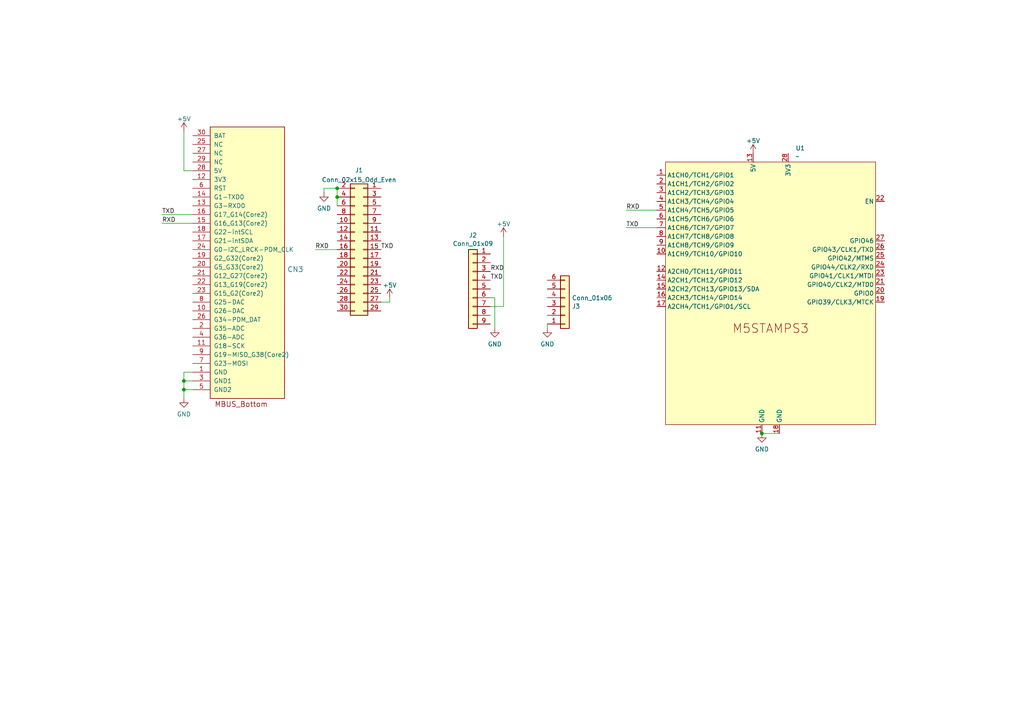
<source format=kicad_sch>
(kicad_sch (version 20250114) (generator "eeschema") (generator_version "9.0")
  (paper "A4")
  (lib_symbols
    (symbol "Connector_Generic:Conn_01x06" (pin_names (offset 1.016) (hide yes))
      (property "Reference" "J" (at 0 7.62 0))
      (property "Value" "Conn_01x06" (at 0 -10.16 0))
      (symbol "Conn_01x06_1_1"
        (rectangle (start -1.27 6.35) (end 1.27 -8.89) (stroke (width 0.254)) (fill (type background)))
        (rectangle (start -1.27 5.207) (end 0 4.953) (stroke (width 0.1524)))
        (rectangle (start -1.27 2.667) (end 0 2.413) (stroke (width 0.1524)))
        (rectangle (start -1.27 0.127) (end 0 -0.127) (stroke (width 0.1524)))
        (rectangle (start -1.27 -2.413) (end 0 -2.667) (stroke (width 0.1524)))
        (rectangle (start -1.27 -4.953) (end 0 -5.207) (stroke (width 0.1524)))
        (rectangle (start -1.27 -7.493) (end 0 -7.747) (stroke (width 0.1524)))
        (pin passive line (at -5.08 5.08 0) (length 3.81) (name "Pin_1") (number "1"))
        (pin passive line (at -5.08 2.54 0) (length 3.81) (name "Pin_2") (number "2"))
        (pin passive line (at -5.08 0 0) (length 3.81) (name "Pin_3") (number "3"))
        (pin passive line (at -5.08 -2.54 0) (length 3.81) (name "Pin_4") (number "4"))
        (pin passive line (at -5.08 -5.08 0) (length 3.81) (name "Pin_5") (number "5"))
        (pin passive line (at -5.08 -7.62 0) (length 3.81) (name "Pin_6") (number "6"))
      )
    )
    (symbol "Connector_Generic:Conn_01x09" (pin_names (offset 1.016) (hide yes))
      (property "Reference" "J" (at 0 12.7 0))
      (property "Value" "Conn_01x09" (at 0 -12.7 0))
      (symbol "Conn_01x09_1_1"
        (rectangle (start -1.27 11.43) (end 1.27 -11.43) (stroke (width 0.254)) (fill (type background)))
        (rectangle (start -1.27 10.287) (end 0 10.033) (stroke (width 0.1524)))
        (rectangle (start -1.27 7.747) (end 0 7.493) (stroke (width 0.1524)))
        (rectangle (start -1.27 5.207) (end 0 4.953) (stroke (width 0.1524)))
        (rectangle (start -1.27 2.667) (end 0 2.413) (stroke (width 0.1524)))
        (rectangle (start -1.27 0.127) (end 0 -0.127) (stroke (width 0.1524)))
        (rectangle (start -1.27 -2.413) (end 0 -2.667) (stroke (width 0.1524)))
        (rectangle (start -1.27 -4.953) (end 0 -5.207) (stroke (width 0.1524)))
        (rectangle (start -1.27 -7.493) (end 0 -7.747) (stroke (width 0.1524)))
        (rectangle (start -1.27 -10.033) (end 0 -10.287) (stroke (width 0.1524)))
        (pin passive line (at -5.08 10.16 0) (length 3.81) (name "Pin_1") (number "1"))
        (pin passive line (at -5.08 7.62 0) (length 3.81) (name "Pin_2") (number "2"))
        (pin passive line (at -5.08 5.08 0) (length 3.81) (name "Pin_3") (number "3"))
        (pin passive line (at -5.08 2.54 0) (length 3.81) (name "Pin_4") (number "4"))
        (pin passive line (at -5.08 0 0) (length 3.81) (name "Pin_5") (number "5"))
        (pin passive line (at -5.08 -2.54 0) (length 3.81) (name "Pin_6") (number "6"))
        (pin passive line (at -5.08 -5.08 0) (length 3.81) (name "Pin_7") (number "7"))
        (pin passive line (at -5.08 -7.62 0) (length 3.81) (name "Pin_8") (number "8"))
        (pin passive line (at -5.08 -10.16 0) (length 3.81) (name "Pin_9") (number "9"))
      )
    )
    (symbol "Connector_Generic:Conn_02x15_Odd_Even" (pin_names (offset 1.016) (hide yes))
      (property "Reference" "J" (at 1.27 20.32 0))
      (property "Value" "Conn_02x15_Odd_Even" (at 1.27 -20.32 0))
      (symbol "Conn_02x15_Odd_Even_1_1"
        (rectangle (start -1.27 19.05) (end 3.81 -19.05) (stroke (width 0.254)) (fill (type background)))
        (rectangle (start -1.27 17.907) (end 0 17.653) (stroke (width 0.1524)))
        (rectangle (start -1.27 15.367) (end 0 15.113) (stroke (width 0.1524)))
        (rectangle (start -1.27 12.827) (end 0 12.573) (stroke (width 0.1524)))
        (rectangle (start -1.27 10.287) (end 0 10.033) (stroke (width 0.1524)))
        (rectangle (start -1.27 7.747) (end 0 7.493) (stroke (width 0.1524)))
        (rectangle (start -1.27 5.207) (end 0 4.953) (stroke (width 0.1524)))
        (rectangle (start -1.27 2.667) (end 0 2.413) (stroke (width 0.1524)))
        (rectangle (start -1.27 0.127) (end 0 -0.127) (stroke (width 0.1524)))
        (rectangle (start -1.27 -2.413) (end 0 -2.667) (stroke (width 0.1524)))
        (rectangle (start -1.27 -4.953) (end 0 -5.207) (stroke (width 0.1524)))
        (rectangle (start -1.27 -7.493) (end 0 -7.747) (stroke (width 0.1524)))
        (rectangle (start -1.27 -10.033) (end 0 -10.287) (stroke (width 0.1524)))
        (rectangle (start -1.27 -12.573) (end 0 -12.827) (stroke (width 0.1524)))
        (rectangle (start -1.27 -15.113) (end 0 -15.367) (stroke (width 0.1524)))
        (rectangle (start -1.27 -17.653) (end 0 -17.907) (stroke (width 0.1524)))
        (rectangle (start 3.81 17.907) (end 2.54 17.653) (stroke (width 0.1524)))
        (rectangle (start 3.81 15.367) (end 2.54 15.113) (stroke (width 0.1524)))
        (rectangle (start 3.81 12.827) (end 2.54 12.573) (stroke (width 0.1524)))
        (rectangle (start 3.81 10.287) (end 2.54 10.033) (stroke (width 0.1524)))
        (rectangle (start 3.81 7.747) (end 2.54 7.493) (stroke (width 0.1524)))
        (rectangle (start 3.81 5.207) (end 2.54 4.953) (stroke (width 0.1524)))
        (rectangle (start 3.81 2.667) (end 2.54 2.413) (stroke (width 0.1524)))
        (rectangle (start 3.81 0.127) (end 2.54 -0.127) (stroke (width 0.1524)))
        (rectangle (start 3.81 -2.413) (end 2.54 -2.667) (stroke (width 0.1524)))
        (rectangle (start 3.81 -4.953) (end 2.54 -5.207) (stroke (width 0.1524)))
        (rectangle (start 3.81 -7.493) (end 2.54 -7.747) (stroke (width 0.1524)))
        (rectangle (start 3.81 -10.033) (end 2.54 -10.287) (stroke (width 0.1524)))
        (rectangle (start 3.81 -12.573) (end 2.54 -12.827) (stroke (width 0.1524)))
        (rectangle (start 3.81 -15.113) (end 2.54 -15.367) (stroke (width 0.1524)))
        (rectangle (start 3.81 -17.653) (end 2.54 -17.907) (stroke (width 0.1524)))
        (pin passive line (at -5.08 17.78 0) (length 3.81) (name "Pin_1") (number "1"))
        (pin passive line (at -5.08 15.24 0) (length 3.81) (name "Pin_3") (number "3"))
        (pin passive line (at -5.08 12.7 0) (length 3.81) (name "Pin_5") (number "5"))
        (pin passive line (at -5.08 10.16 0) (length 3.81) (name "Pin_7") (number "7"))
        (pin passive line (at -5.08 7.62 0) (length 3.81) (name "Pin_9") (number "9"))
        (pin passive line (at -5.08 5.08 0) (length 3.81) (name "Pin_11") (number "11"))
        (pin passive line (at -5.08 2.54 0) (length 3.81) (name "Pin_13") (number "13"))
        (pin passive line (at -5.08 0 0) (length 3.81) (name "Pin_15") (number "15"))
        (pin passive line (at -5.08 -2.54 0) (length 3.81) (name "Pin_17") (number "17"))
        (pin passive line (at -5.08 -5.08 0) (length 3.81) (name "Pin_19") (number "19"))
        (pin passive line (at -5.08 -7.62 0) (length 3.81) (name "Pin_21") (number "21"))
        (pin passive line (at -5.08 -10.16 0) (length 3.81) (name "Pin_23") (number "23"))
        (pin passive line (at -5.08 -12.7 0) (length 3.81) (name "Pin_25") (number "25"))
        (pin passive line (at -5.08 -15.24 0) (length 3.81) (name "Pin_27") (number "27"))
        (pin passive line (at -5.08 -17.78 0) (length 3.81) (name "Pin_29") (number "29"))
        (pin passive line (at 7.62 17.78 180) (length 3.81) (name "Pin_2") (number "2"))
        (pin passive line (at 7.62 15.24 180) (length 3.81) (name "Pin_4") (number "4"))
        (pin passive line (at 7.62 12.7 180) (length 3.81) (name "Pin_6") (number "6"))
        (pin passive line (at 7.62 10.16 180) (length 3.81) (name "Pin_8") (number "8"))
        (pin passive line (at 7.62 7.62 180) (length 3.81) (name "Pin_10") (number "10"))
        (pin passive line (at 7.62 5.08 180) (length 3.81) (name "Pin_12") (number "12"))
        (pin passive line (at 7.62 2.54 180) (length 3.81) (name "Pin_14") (number "14"))
        (pin passive line (at 7.62 0 180) (length 3.81) (name "Pin_16") (number "16"))
        (pin passive line (at 7.62 -2.54 180) (length 3.81) (name "Pin_18") (number "18"))
        (pin passive line (at 7.62 -5.08 180) (length 3.81) (name "Pin_20") (number "20"))
        (pin passive line (at 7.62 -7.62 180) (length 3.81) (name "Pin_22") (number "22"))
        (pin passive line (at 7.62 -10.16 180) (length 3.81) (name "Pin_24") (number "24"))
        (pin passive line (at 7.62 -12.7 180) (length 3.81) (name "Pin_26") (number "26"))
        (pin passive line (at 7.62 -15.24 180) (length 3.81) (name "Pin_28") (number "28"))
        (pin passive line (at 7.62 -17.78 180) (length 3.81) (name "Pin_30") (number "30"))
      )
    )
    (symbol "M5:M5STAMPS3"
      (property "Reference" "U" (at -48.26 -2.54 0))
      (symbol "M5STAMPS3_0_1"
        (rectangle (start -30.48 36.83) (end 30.48 -39.37) (fill (type background)))
      )
      (symbol "M5STAMPS3_1_0"
        (text "M5STAMPS3\n" (at 0 -11.43 0) (effects (font (size 2.54 2.54))))
      )
      (symbol "M5STAMPS3_1_1"
        (pin bidirectional line (at -33.02 33.02 0) (length 2.54) (name "A1CH0/TCH1/GPIO1") (number "1"))
        (pin bidirectional line (at -33.02 30.48 0) (length 2.54) (name "A1CH1/TCH2/GPIO2") (number "2"))
        (pin bidirectional line (at -33.02 27.94 0) (length 2.54) (name "A1CH2/TCH3/GPIO3") (number "3"))
        (pin bidirectional line (at -33.02 25.4 0) (length 2.54) (name "A1CH3/TCH4/GPIO4") (number "4"))
        (pin bidirectional line (at -33.02 22.86 0) (length 2.54) (name "A1CH4/TCH5/GPIO5") (number "5"))
        (pin bidirectional line (at -33.02 20.32 0) (length 2.54) (name "A1CH5/TCH6/GPIO6") (number "6"))
        (pin bidirectional line (at -33.02 17.78 0) (length 2.54) (name "A1CH6/TCH7/GPIO7") (number "7"))
        (pin bidirectional line (at -33.02 15.24 0) (length 2.54) (name "A1CH7/TCH8/GPIO8") (number "8"))
        (pin bidirectional line (at -33.02 12.7 0) (length 2.54) (name "A1CH8/TCH9/GPIO9") (number "9"))
        (pin bidirectional line (at -33.02 10.16 0) (length 2.54) (name "A1CH9/TCH10/GPIO10") (number "10"))
        (pin bidirectional line (at -33.02 5.08 0) (length 2.54) (name "A2CH0/TCH11/GPIO11") (number "12"))
        (pin bidirectional line (at -33.02 2.54 0) (length 2.54) (name "A2CH1/TCH12/GPIO12") (number "14"))
        (pin bidirectional line (at -33.02 0 0) (length 2.54) (name "A2CH2/TCH13/GPIO13/SDA") (number "15"))
        (pin bidirectional line (at -33.02 -2.54 0) (length 2.54) (name "A2CH3/TCH14/GPIO14") (number "16"))
        (pin bidirectional line (at -33.02 -5.08 0) (length 2.54) (name "A2CH4/TCH1/GPIO1/SCL") (number "17"))
        (pin power_in line (at -5.08 39.37 270) (length 2.54) (name "5V") (number "13"))
        (pin power_in line (at -2.54 -41.91 90) (length 2.54) (name "GND") (number "11"))
        (pin power_in line (at 2.54 -41.91 90) (length 2.54) (name "GND") (number "18"))
        (pin power_in line (at 5.08 39.37 270) (length 2.54) (name "3V3") (number "28"))
        (pin input line (at 33.02 25.4 180) (length 2.54) (name "EN") (number "22"))
        (pin bidirectional line (at 33.02 13.97 180) (length 2.54) (name "GPIO46") (number "27"))
        (pin bidirectional line (at 33.02 11.43 180) (length 2.54) (name "GPIO43/CLK1/TXD") (number "26"))
        (pin bidirectional line (at 33.02 8.89 180) (length 2.54) (name "GPIO42/MTMS") (number "25"))
        (pin bidirectional line (at 33.02 6.35 180) (length 2.54) (name "GPIO44/CLK2/RXD") (number "24"))
        (pin bidirectional line (at 33.02 3.81 180) (length 2.54) (name "GPIO41/CLK1/MTDI") (number "23"))
        (pin bidirectional line (at 33.02 1.27 180) (length 2.54) (name "GPIO40/CLK2/MTD0") (number "21"))
        (pin bidirectional line (at 33.02 -1.27 180) (length 2.54) (name "GPIO0") (number "20"))
        (pin bidirectional line (at 33.02 -3.81 180) (length 2.54) (name "GPIO39/CLK3/MTCK") (number "19"))
      )
    )
    (symbol "akita:CON_MBUS_bottom_Core2" (pin_names (offset 1.016))
      (property "Reference" "CN" (at -11.43 35.56 0))
      (symbol "CON_MBUS_bottom_Core2_1_0"
        (rectangle (start -11.43 35.56) (end 10.16 -43.18) (stroke (width 0.2032)) (fill (type background)))
        (text "MBUS_Bottom" (at -10.16 -45.72 0) (effects (font (size 1.4986 1.4986)) (justify left bottom)))
        (pin bidirectional line (at -16.51 33.02 0) (length 5.08) (name "BAT") (number "30"))
        (pin bidirectional line (at -16.51 30.48 0) (length 5.08) (name "NC") (number "25"))
        (pin bidirectional line (at -16.51 27.94 0) (length 5.08) (name "NC") (number "27"))
        (pin bidirectional line (at -16.51 25.4 0) (length 5.08) (name "NC") (number "29"))
        (pin bidirectional line (at -16.51 22.86 0) (length 5.08) (name "5V") (number "28"))
        (pin bidirectional line (at -16.51 20.32 0) (length 5.08) (name "3V3") (number "12"))
        (pin bidirectional line (at -16.51 17.78 0) (length 5.08) (name "RST") (number "6"))
        (pin bidirectional line (at -16.51 15.24 0) (length 5.08) (name "G1-TXD0") (number "14"))
        (pin bidirectional line (at -16.51 12.7 0) (length 5.08) (name "G3-RXD0") (number "13"))
        (pin bidirectional line (at -16.51 10.16 0) (length 5.08) (name "G17_G14(Core2)") (number "16"))
        (pin bidirectional line (at -16.51 7.62 0) (length 5.08) (name "G16_G13(Core2)") (number "15"))
        (pin bidirectional line (at -16.51 5.08 0) (length 5.08) (name "G22-intSCL") (number "18"))
        (pin bidirectional line (at -16.51 2.54 0) (length 5.08) (name "G21-intSDA") (number "17"))
        (pin bidirectional line (at -16.51 0 0) (length 5.08) (name "G0-I2C_LRCK-PDM_CLK") (number "24"))
        (pin bidirectional line (at -16.51 -2.54 0) (length 5.08) (name "G2_G32(Core2)") (number "19"))
        (pin bidirectional line (at -16.51 -5.08 0) (length 5.08) (name "G5_G33(Core2)") (number "20"))
        (pin bidirectional line (at -16.51 -7.62 0) (length 5.08) (name "G12_G27(Core2)") (number "21"))
        (pin bidirectional line (at -16.51 -10.16 0) (length 5.08) (name "G13_G19(Core2)") (number "22"))
        (pin bidirectional line (at -16.51 -12.7 0) (length 5.08) (name "G15_G2(Core2)") (number "23"))
        (pin bidirectional line (at -16.51 -15.24 0) (length 5.08) (name "G25-DAC") (number "8"))
        (pin bidirectional line (at -16.51 -17.78 0) (length 5.08) (name "G26-DAC") (number "10"))
        (pin bidirectional line (at -16.51 -20.32 0) (length 5.08) (name "G34-PDM_DAT") (number "26"))
        (pin bidirectional line (at -16.51 -22.86 0) (length 5.08) (name "G35-ADC") (number "2"))
        (pin bidirectional line (at -16.51 -25.4 0) (length 5.08) (name "G36-ADC") (number "4"))
        (pin bidirectional line (at -16.51 -27.94 0) (length 5.08) (name "G18-SCK") (number "11"))
        (pin bidirectional line (at -16.51 -30.48 0) (length 5.08) (name "G19-MISO_G38(Core2)") (number "9"))
        (pin bidirectional line (at -16.51 -33.02 0) (length 5.08) (name "G23-MOSI") (number "7"))
        (pin bidirectional line (at -16.51 -35.56 0) (length 5.08) (name "GND") (number "1"))
        (pin bidirectional line (at -16.51 -38.1 0) (length 5.08) (name "GND1") (number "3"))
        (pin bidirectional line (at -16.51 -40.64 0) (length 5.08) (name "GND2") (number "5"))
      )
    )
    (symbol "power:+5V" (power) (pin_names (offset 0))
      (property "Value" "+5V" (at 0 3.556 0))
      (symbol "+5V_0_1"
        (polyline (pts (xy -0.762 1.27) (xy 0 2.54)))
        (polyline (pts (xy 0 2.54) (xy 0.762 1.27)))
        (polyline (pts (xy 0 0) (xy 0 2.54)))
      )
      (symbol "+5V_1_1"
        (pin power_in line (at 0 0 90) (length 0) (hide yes) (name "+5V") (number "1"))
      )
    )
    (symbol "power:GND" (power) (pin_names (offset 0))
      (property "Value" "GND" (at 0 -3.81 0))
      (symbol "GND_0_1"
        (polyline (pts (xy 0 0) (xy 0 -1.27) (xy 1.27 -1.27) (xy 0 -2.54) (xy -1.27 -1.27) (xy 0 -1.27)))
      )
      (symbol "GND_1_1"
        (pin power_in line (at 0 0 270) (length 0) (hide yes) (name "GND") (number "1"))
      )
    )
  )
  (junction (at 53.34 113.03))
  (junction (at 97.79 57.15))
  (junction (at 53.34 110.49))
  (junction (at 97.79 54.61))
  (junction (at 220.98 125.73))
  (wire (pts (xy 55.88 49.53) (xy 53.34 49.53)))
  (wire (pts (xy 181.61 66.04) (xy 190.5 66.04)))
  (wire (pts (xy 46.99 62.23) (xy 55.88 62.23)))
  (wire (pts (xy 93.98 54.61) (xy 93.98 55.88)))
  (wire (pts (xy 55.88 107.95) (xy 53.34 107.95)))
  (wire (pts (xy 181.61 60.96) (xy 190.5 60.96)))
  (wire (pts (xy 220.98 125.73) (xy 226.06 125.73)))
  (wire (pts (xy 53.34 110.49) (xy 53.34 113.03)))
  (wire (pts (xy 53.34 49.53) (xy 53.34 38.1)))
  (wire (pts (xy 146.05 68.58) (xy 146.05 88.9)))
  (wire (pts (xy 142.24 86.36) (xy 143.51 86.36)))
  (wire (pts (xy 97.79 54.61) (xy 93.98 54.61)))
  (wire (pts (xy 53.34 107.95) (xy 53.34 110.49)))
  (wire (pts (xy 46.99 64.77) (xy 55.88 64.77)))
  (wire (pts (xy 53.34 110.49) (xy 55.88 110.49)))
  (wire (pts (xy 113.03 87.63) (xy 113.03 86.36)))
  (wire (pts (xy 97.79 57.15) (xy 97.79 59.69)))
  (wire (pts (xy 91.44 72.39) (xy 97.79 72.39)))
  (wire (pts (xy 97.79 54.61) (xy 97.79 57.15)))
  (wire (pts (xy 110.49 87.63) (xy 113.03 87.63)))
  (wire (pts (xy 142.24 88.9) (xy 146.05 88.9)))
  (wire (pts (xy 53.34 113.03) (xy 53.34 115.57)))
  (wire (pts (xy 158.75 93.98) (xy 158.75 95.25)))
  (wire (pts (xy 143.51 86.36) (xy 143.51 95.25)))
  (wire (pts (xy 53.34 113.03) (xy 55.88 113.03)))
  (label "TXD" (at 110.49 72.39 0))
  (label "RXD" (at 91.44 72.39 0))
  (label "RXD" (at 181.61 60.96 0))
  (label "RXD" (at 46.99 64.77 0))
  (label "TXD" (at 181.61 66.04 0))
  (label "TXD" (at 46.99 62.23 0))
  (label "RXD" (at 142.24 78.74 0))
  (label "TXD" (at 142.24 81.28 0))
  (symbol (lib_id "power:+5V") (at 53.34 38.1 0) (unit 1)
    (property "Reference" "#PWR0102" (effects (hide yes)))
    (property "Value" "+5V" (at 53.34 34.4955 0))
  )
  (symbol (lib_id "power:GND") (at 158.75 95.25 0) (unit 1)
    (property "Reference" "#PWR04" (effects (hide yes)))
    (property "Value" "GND" (at 158.75 99.8125 0))
  )
  (symbol (lib_id "Connector_Generic:Conn_01x06") (at 163.83 88.9 0) (mirror x) (unit 1)
    (property "Reference" "J3" (at 165.862 88.8422 0) (effects (justify left)))
    (property "Value" "Conn_01x06" (at 165.862 86.4179 0) (effects (justify left)))
    (property "Footprint" "Connector_PinHeader_2.54mm:PinHeader_1x06_P2.54mm_Vertical" (effects (hide yes)))
    (property "Description" "Generic connector, single row, 01x06, script generated (kicad-library-utils/schlib/autogen/connector/)" (effects (hide yes)))
  )
  (symbol (lib_id "Connector_Generic:Conn_02x15_Odd_Even") (at 105.41 72.39 0) (mirror y) (unit 1)
    (property "Reference" "J1" (at 104.14 49.3735 0))
    (property "Value" "Conn_02x15_Odd_Even" (at 104.14 52.1486 0))
    (property "Footprint" "Connector_PinHeader_2.54mm:PinHeader_2x15_P2.54mm_Vertical" (effects (hide yes)))
  )
  (symbol (lib_id "power:GND") (at 53.34 115.57 0) (unit 1)
    (property "Reference" "#PWR0101" (effects (hide yes)))
    (property "Value" "GND" (at 53.34 120.1325 0))
  )
  (symbol (lib_id "power:GND") (at 93.98 55.88 0) (unit 1)
    (property "Reference" "#PWR02" (effects (hide yes)))
    (property "Value" "GND" (at 93.98 60.4425 0))
  )
  (symbol (lib_id "power:+5V") (at 113.03 86.36 0) (unit 1)
    (property "Reference" "#PWR05" (effects (hide yes)))
    (property "Value" "+5V" (at 113.03 82.7555 0))
  )
  (symbol (lib_id "Connector_Generic:Conn_01x09") (at 137.16 83.82 0) (mirror y) (unit 1)
    (property "Reference" "J2" (at 137.16 68.2455 0))
    (property "Value" "Conn_01x09" (at 137.16 70.6698 0))
    (property "Footprint" "Connector_PinHeader_2.54mm:PinHeader_1x09_P2.54mm_Vertical" (effects (hide yes)))
    (property "Description" "Generic connector, single row, 01x09, script generated (kicad-library-utils/schlib/autogen/connector/)" (effects (hide yes)))
  )
  (symbol (lib_id "M5:M5STAMPS3") (at 223.52 83.82 0) (unit 1)
    (property "Reference" "U1" (at 230.7433 42.9725 0) (effects (justify left)))
    (property "Value" "~" (at 230.7433 45.3968 0) (effects (justify left)))
    (property "Footprint" "M5KiCad:STAMP-S3-SMD" (effects (hide yes)))
    (property "Description" "Module M5Stack Stamp-S3" (effects (hide yes)))
  )
  (symbol (lib_id "power:+5V") (at 218.44 44.45 0) (unit 1)
    (property "Reference" "#PWR01" (effects (hide yes)))
    (property "Value" "+5V" (at 218.44 40.8455 0))
  )
  (symbol (lib_id "power:GND") (at 143.51 95.25 0) (unit 1)
    (property "Reference" "#PWR06" (effects (hide yes)))
    (property "Value" "GND" (at 143.51 99.8125 0))
  )
  (symbol (lib_id "power:+5V") (at 146.05 68.58 0) (unit 1)
    (property "Reference" "#PWR07" (effects (hide yes)))
    (property "Value" "+5V" (at 146.05 64.9755 0))
  )
  (symbol (lib_id "power:GND") (at 220.98 125.73 0) (unit 1)
    (property "Reference" "#PWR03" (effects (hide yes)))
    (property "Value" "GND" (at 220.98 130.2925 0))
  )
  (symbol (lib_id "akita:CON_MBUS_bottom_Core2") (at 72.39 72.39 0) (unit 1)
    (property "Reference" "CN3" (at 83.2866 78.1248 0) (effects (font (size 1.4986 1.4986)) (justify left)))
    (property "Value" "CON_MBUS_bottom_Core2" (effects (hide yes)))
    (property "Footprint" "akita:M5STACK_BUS_30P" (effects (hide yes)))
  )
)
</source>
